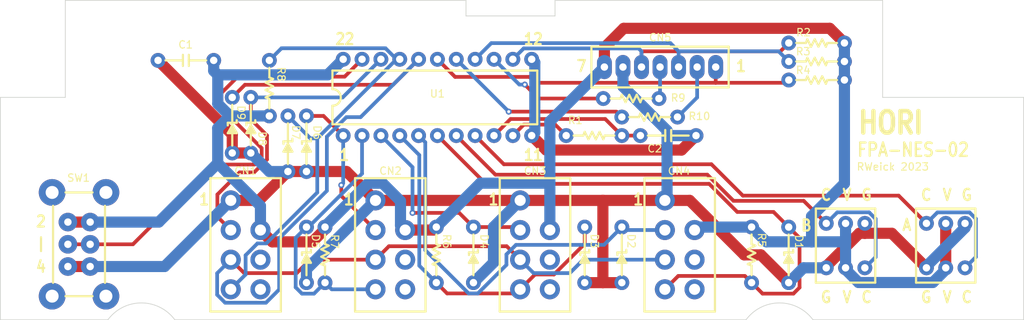
<source format=kicad_pcb>
(kicad_pcb (version 20221018) (generator pcbnew)
  (layers (0 "F.Cu" signal) (31 "B.Cu" signal) (34 "B.Paste" user) (35 "F.Paste" user) (36 "B.SilkS" user "B.Silkscreen") (37 "F.SilkS" user "F.Silkscreen") (38 "B.Mask" user) (39 "F.Mask" user) (44 "Edge.Cuts" user))
  (net 0 "")
  (net 1 "/GND")
  (net 2 "/Switch.2.or.4")
  (net 3 "/VCC")
  (net 4 "Net-(R1-Pad1)")
  (net 5 "Net-(C2-Pad1)")
  (net 6 "/CtrlPort2.Clk")
  (net 7 "/CtrlPort1.Clk")
  (net 8 "/CtrlPort1.Latch")
  (net 9 "/CN4.D1")
  (net 10 "/CN3.D1")
  (net 11 "/CN2.D1")
  (net 12 "/CN1.D1")
  (net 13 "/CtrlPort2.D1.Stepdown")
  (net 14 "/CtrlPort2.D1")
  (net 15 "/CtrlPort1.D1.Stepdown")
  (net 16 "/CtrlPort1.D1")
  (net 17 "/B.Turbo")
  (net 18 "/A.Turbo")
  (net 19 "/CN1.Clk")
  (net 20 "/CN.Latch")
  (net 23 "/CN2.Clk")
  (net 26 "/CN3.Clk")
  (net 29 "/CN4.Clk")
  (footprint "NES Four Square:Resistor" (layer "F.Cu") (at 137 85.15)
    (fp_text reference "R9" (at 6.339 -0.087 unlocked) (layer "F.SilkS"))
    (fp_text value "330 Ohm 5%" hide)
    (pad "1" thru_hole circle (at -3.75 0) (size 2 2) (drill 1) (layers "*.Cu" "*.Mask") (net 13 "/CtrlPort2.D1.Stepdown"))
    (pad "2" thru_hole circle (at 3.75 0) (size 2 2) (drill 1) (layers "*.Cu" "*.Mask") (net 14 "/CtrlPort2.D1"))
  )
  (footprint "NES Four Square:Resistor" (layer "F.Cu") (at 162 80.15)
    (fp_text reference "R3" (at -1.805 -1.346 unlocked) (layer "F.SilkS"))
    (fp_text value "10K Ohm 5%" hide)
    (pad "1" thru_hole circle (at -3.75 0) (size 2 2) (drill 1) (layers "*.Cu" "*.Mask") (net 7 "/CtrlPort1.Clk"))
    (pad "2" thru_hole circle (at 3.75 0) (size 2 2) (drill 1) (layers "*.Cu" "*.Mask") (net 3 "/VCC"))
  )
  (footprint "NES Four Square:FPA-92-S01" (layer "F.Cu") (at 110.9 85)
    (fp_text reference "U1" (at 0 -0.5 unlocked) (layer "F.SilkS"))
    (fp_text value "~")
    (fp_text user "1" (at -13.375 8.652 unlocked) (layer "F.SilkS") (effects (font (size 1.5 1.3) (thickness 0.3) bold) (justify left bottom)))
    (fp_text user "12" (at 11.493 -7 unlocked) (layer "F.SilkS") (effects (font (size 1.5 1.3) (thickness 0.3) bold) (justify left bottom)))
    (fp_text user "22" (at -13.909 -7 unlocked) (layer "F.SilkS") (effects (font (size 1.5 1.3) (thickness 0.3) bold) (justify left bottom)))
    (fp_text user "11" (at 11.493 8.652 unlocked) (layer "F.SilkS") (effects (font (size 1.5 1.3) (thickness 0.3) bold) (justify left bottom)))
    (pad "1" thru_hole circle (at -12.7 5.15) (size 2 2) (drill 1) (layers "*.Cu" "*.Mask") (net 23 "/CN2.Clk"))
    (pad "2" thru_hole circle (at -10.16 5.15) (size 2 2) (drill 1) (layers "*.Cu" "*.Mask") (net 11 "/CN2.D1"))
    (pad "3" thru_hole circle (at -7.62 5.15) (size 2 2) (drill 1) (layers "*.Cu" "*.Mask") (net 26 "/CN3.Clk"))
    (pad "4" thru_hole circle (at -5.08 5.15) (size 2 2) (drill 1) (layers "*.Cu" "*.Mask") (net 10 "/CN3.D1"))
    (pad "5" thru_hole circle (at -2.54 5.15) (size 2 2) (drill 1) (layers "*.Cu" "*.Mask") (net 29 "/CN4.Clk"))
    (pad "6" thru_hole circle (at 0 5.15) (size 2 2) (drill 1) (layers "*.Cu" "*.Mask") (net 9 "/CN4.D1"))
    (pad "7" thru_hole circle (at 2.54 5.15) (size 2 2) (drill 1) (layers "*.Cu" "*.Mask") (net 17 "/B.Turbo"))
    (pad "8" thru_hole circle (at 5.08 5.15) (size 2 2) (drill 1) (layers "*.Cu" "*.Mask") (net 18 "/A.Turbo"))
    (pad "9" thru_hole circle (at 7.62 5.15) (size 2 2) (drill 1) (layers "*.Cu" "*.Mask") (net 5 "Net-(C2-Pad1)"))
    (pad "10" thru_hole circle (at 10.16 5.15) (size 2 2) (drill 1) (layers "*.Cu" "*.Mask") (net 4 "Net-(R1-Pad1)"))
    (pad "11" thru_hole circle (at 12.7 5.15) (size 2 2) (drill 1) (layers "*.Cu" "*.Mask") (net 1 "/GND"))
    (pad "12" thru_hole circle (at 12.7 -5.15) (size 2 2) (drill 1) (layers "*.Cu" "*.Mask") (net 1 "/GND"))
    (pad "13" thru_hole circle (at 10.16 -5.15) (size 2 2) (drill 1) (layers "*.Cu" "*.Mask") (net 6 "/CtrlPort2.Clk"))
    (pad "14" thru_hole circle (at 7.62 -5.15) (size 2 2) (drill 1) (layers "*.Cu" "*.Mask") (net 13 "/CtrlPort2.D1.Stepdown"))
    (pad "15" thru_hole circle (at 5.08 -5.15) (size 2 2) (drill 1) (layers "*.Cu" "*.Mask") (net 7 "/CtrlPort1.Clk"))
    (pad "16" thru_hole circle (at 2.54 -5.15) (size 2 2) (drill 1) (layers "*.Cu" "*.Mask") (net 15 "/CtrlPort1.D1.Stepdown"))
    (pad "17" thru_hole circle (at 0 -5.15) (size 2 2) (drill 1) (layers "*.Cu" "*.Mask") (net 8 "/CtrlPort1.Latch"))
    (pad "18" thru_hole circle (at -2.54 -5.15) (size 2 2) (drill 1) (layers "*.Cu" "*.Mask") (net 20 "/CN.Latch"))
    (pad "19" thru_hole circle (at -5.08 -5.15) (size 2 2) (drill 1) (layers "*.Cu" "*.Mask") (net 12 "/CN1.D1"))
    (pad "20" thru_hole circle (at -7.62 -5.15) (size 2 2) (drill 1) (layers "*.Cu" "*.Mask") (net 19 "/CN1.Clk"))
    (pad "21" thru_hole circle (at -10.16 -5.15) (size 2 2) (drill 1) (layers "*.Cu" "*.Mask") (net 2 "/Switch.2.or.4"))
    (pad "22" thru_hole circle (at -12.7 -5.15) (size 2 2) (drill 1) (layers "*.Cu" "*.Mask") (net 3 "/VCC"))
  )
  (footprint "NES Four Square:Diode" (layer "F.Cu") (at 90.75 91.25 -90)
    (fp_text reference "D7" (at -1.53 -1.087 -90 unlocked) (layer "F.SilkS"))
    (fp_text value "D_Zener" hide)
    (pad "1" thru_hole circle (at -3.75 0 270) (size 2 2) (drill 1) (layers "*.Cu" "*.Mask") (net 12 "/CN1.D1"))
    (pad "2" thru_hole circle (at 3.75 0 270) (size 2 2) (drill 1) (layers "*.Cu" "*.Mask") (net 1 "/GND"))
  )
  (footprint "NES Four Square:Diode" (layer "F.Cu") (at 85.75 88.75 -90)
    (fp_text reference "D8" (at 1.812 -1.538 -90 unlocked) (layer "F.SilkS"))
    (fp_text value "D_Zener" hide)
    (pad "1" thru_hole circle (at -3.75 0 270) (size 2 2) (drill 1) (layers "*.Cu" "*.Mask") (net 19 "/CN1.Clk"))
    (pad "2" thru_hole circle (at 3.75 0 270) (size 2 2) (drill 1) (layers "*.Cu" "*.Mask") (net 1 "/GND"))
  )
  (footprint "NES Four Square:NES Controller Port" (layer "F.Cu") (at 104.55 104.9)
    (fp_text reference "CN2" (at 0.022 -9.979 unlocked) (layer "F.SilkS"))
    (fp_text value "~" hide)
    (fp_text user "1" (at -6.4 -5.25 unlocked) (layer "F.SilkS") (effects (font (size 1.5 1.3) (thickness 0.3) bold) (justify left bottom)))
    (pad "1" thru_hole circle (at -2 -6) (size 2.7 2.7) (drill 1.5) (layers "*.Cu" "*.Mask") (net 1 "/GND"))
    (pad "2" thru_hole circle (at -2 -2) (size 2.7 2.7) (drill 1.5) (layers "*.Cu" "*.Mask") (net 23 "/CN2.Clk"))
    (pad "3" thru_hole circle (at -2 2) (size 2.7 2.7) (drill 1.5) (layers "*.Cu" "*.Mask") (net 20 "/CN.Latch"))
    (pad "4" thru_hole circle (at -2 6) (size 2.7 2.7) (drill 1.5) (layers "*.Cu" "*.Mask") (net 11 "/CN2.D1"))
    (pad "5" thru_hole circle (at 2 -2) (size 2.7 2.7) (drill 1.5) (layers "*.Cu" "*.Mask") (net 3 "/VCC"))
    (pad "6" thru_hole circle (at 2 2) (size 2.7 2.7) (drill 1.5) (layers "*.Cu" "*.Mask"))
    (pad "7" thru_hole circle (at 2 6) (size 2.7 2.7) (drill 1.5) (layers "*.Cu" "*.Mask"))
  )
  (footprint "NES Four Square:Diode" (layer "F.Cu") (at 115.75 106.25 -90)
    (fp_text reference "D4" (at -1.821 -1.454 -90 unlocked) (layer "F.SilkS"))
    (fp_text value "D_Zener" hide)
    (pad "1" thru_hole circle (at -3.75 0 270) (size 2 2) (drill 1) (layers "*.Cu" "*.Mask") (net 26 "/CN3.Clk"))
    (pad "2" thru_hole circle (at 3.75 0 270) (size 2 2) (drill 1) (layers "*.Cu" "*.Mask") (net 1 "/GND"))
  )
  (footprint "NES Four Square:Diode" (layer "F.Cu") (at 130.75 106.25 -90)
    (fp_text reference "D3" (at -1.862 -1.319 -90 unlocked) (layer "F.SilkS"))
    (fp_text value "D_Zener" hide)
    (pad "1" thru_hole circle (at -3.75 0 270) (size 2 2) (drill 1) (layers "*.Cu" "*.Mask") (net 10 "/CN3.D1"))
    (pad "2" thru_hole circle (at 3.75 0 270) (size 2 2) (drill 1) (layers "*.Cu" "*.Mask") (net 1 "/GND"))
  )
  (footprint "NES Four Square:NES Controller Port" (layer "F.Cu") (at 85.05 104.9)
    (fp_text reference "CN1" (at -0.017 -9.979 unlocked) (layer "F.SilkS"))
    (fp_text value "~" hide)
    (fp_text user "1" (at -6.4 -5.25 unlocked) (layer "F.SilkS") (effects (font (size 1.5 1.3) (thickness 0.3) bold) (justify left bottom)))
    (pad "1" thru_hole circle (at -2 -6) (size 2.7 2.7) (drill 1.5) (layers "*.Cu" "*.Mask") (net 1 "/GND"))
    (pad "2" thru_hole circle (at -2 -2) (size 2.7 2.7) (drill 1.5) (layers "*.Cu" "*.Mask") (net 19 "/CN1.Clk"))
    (pad "3" thru_hole circle (at -2 2) (size 2.7 2.7) (drill 1.5) (layers "*.Cu" "*.Mask") (net 20 "/CN.Latch"))
    (pad "4" thru_hole circle (at -2 6) (size 2.7 2.7) (drill 1.5) (layers "*.Cu" "*.Mask") (net 12 "/CN1.D1"))
    (pad "5" thru_hole circle (at 2 -2) (size 2.7 2.7) (drill 1.5) (layers "*.Cu" "*.Mask") (net 3 "/VCC"))
    (pad "6" thru_hole circle (at 2 2) (size 2.7 2.7) (drill 1.5) (layers "*.Cu" "*.Mask"))
    (pad "7" thru_hole circle (at 2 6) (size 2.7 2.7) (drill 1.5) (layers "*.Cu" "*.Mask"))
  )
  (footprint "NES Four Square:Resistor" (layer "F.Cu") (at 132 90.15)
    (fp_text reference "R1" (at -2.515 -2.065 unlocked) (layer "F.SilkS"))
    (fp_text value "200K Ohm 5%" hide)
    (pad "1" thru_hole circle (at -3.75 0) (size 2 2) (drill 1) (layers "*.Cu" "*.Mask") (net 4 "Net-(R1-Pad1)"))
    (pad "2" thru_hole circle (at 3.75 0) (size 2 2) (drill 1) (layers "*.Cu" "*.Mask") (net 5 "Net-(C2-Pad1)"))
  )
  (footprint "NES Four Square:Capacitor" (layer "F.Cu") (at 77 80)
    (fp_text reference "C1" (at -0.036 -2.113 unlocked) (layer "F.SilkS"))
    (fp_text value "10 nF 100V" hide)
    (pad "1" thru_hole circle (at -3.75 0) (size 2 2) (drill 1) (layers "*.Cu" "*.Mask") (net 1 "/GND"))
    (pad "2" thru_hole circle (at 3.75 0) (size 2 2) (drill 1) (layers "*.Cu" "*.Mask") (net 3 "/VCC"))
  )
  (footprint "MountingHole:MountingHole_8.4mm_M8" (layer "F.Cu") (at 157.5 90.8)
    (fp_text reference "Hole2" hide)
    (fp_text value "MountingHole_8.4mm_M8" hide)
    (pad "" np_thru_hole circle (at 0 0) (size 11 11) (drill 11) (layers "F&B.Cu" "*.Mask"))
  )
  (footprint "NES Four Square:Resistor" (layer "F.Cu") (at 139.5 87.65)
    (fp_text reference "R10" (at 6.702 -0.115 unlocked) (layer "F.SilkS"))
    (fp_text value "330 Ohm 5%" hide)
    (pad "1" thru_hole circle (at -3.75 0) (size 2 2) (drill 1) (layers "*.Cu" "*.Mask") (net 15 "/CtrlPort1.D1.Stepdown"))
    (pad "2" thru_hole circle (at 3.75 0) (size 2 2) (drill 1) (layers "*.Cu" "*.Mask") (net 16 "/CtrlPort1.D1"))
  )
  (footprint "MountingHole:MountingHole_8.4mm_M8" (layer "F.Cu") (at 70.9 90.8)
    (fp_text reference "Hole1" hide)
    (fp_text value "MountingHole_8.4mm_M8" hide)
    (pad "" np_thru_hole circle (at 0 0) (size 11 11) (drill 11) (layers "F&B.Cu" "*.Mask"))
  )
  (footprint "NES Four Square:Slide Switch" (layer "F.Cu") (at 62.6 104.825)
    (fp_text reference "SW1" (at -0.062 -8.959 unlocked) (layer "F.SilkS"))
    (fp_text value "2 - 4" hide)
    (fp_text user "4" (at -5.939 3.9 unlocked) (layer "F.SilkS") (effects (font (size 1.5 1.3) (thickness 0.3) bold) (justify left bottom)))
    (fp_text user "2" (at -5.939 -2.2 unlocked) (layer "F.SilkS") (effects (font (size 1.5 1.3) (thickness 0.3) bold) (justify left bottom)))
    (fp_text user "|" (at -5.939 0.655 unlocked) (layer "F.SilkS") (effects (font (size 1.3 1.3) (thickness 0.3) bold) (justify left bottom)))
    (pad "1" thru_hole circle (at -1.5 3) (size 2.5 2.5) (drill 1) (layers "*.Cu" "*.Mask") (net 1 "/GND"))
    (pad "2" thru_hole circle (at -1.5 0) (size 2.5 2.5) (drill 1) (layers "*.Cu" "*.Mask") (net 2 "/Switch.2.or.4"))
    (pad "3" thru_hole circle (at -1.5 -3) (size 2.5 2.5) (drill 1) (layers "*.Cu" "*.Mask") (net 3 "/VCC"))
    (pad "4" thru_hole circle (at 1.5 3) (size 2.5 2.5) (drill 1) (layers "*.Cu" "*.Mask") (net 1 "/GND"))
    (pad "5" thru_hole circle (at 1.5 0) (size 2.5 2.5) (drill 1) (layers "*.Cu" "*.Mask") (net 2 "/Switch.2.or.4"))
    (pad "6" thru_hole circle (at 1.5 -3) (size 2.5 2.5) (drill 1) (layers "*.Cu" "*.Mask") (net 3 "/VCC"))
    (pad "7" thru_hole circle (at -3.625 -7) (size 3.6 3.6) (drill 1.75) (layers "*.Cu" "*.Mask"))
    (pad "7" thru_hole circle (at -3.625 7) (size 3.6 3.6) (drill 1.75) (layers "*.Cu" "*.Mask"))
    (pad "7" thru_hole circle (at 3.625 -7) (size 3.6 3.6) (drill 1.75) (layers "*.Cu" "*.Mask"))
    (pad "7" thru_hole circle (at 3.625 7) (size 3.6 3.6) (drill 1.75) (layers "*.Cu" "*.Mask"))
  )
  (footprint "NES Four Square:NES Controller Port Connector" (layer "F.Cu") (at 140.9 80.9)
    (fp_text reference "CN5" (at 0.022 -3.99 unlocked) (layer "F.SilkS"))
    (fp_text value "Controller  Cable" hide)
    (fp_text user "1" (at 10.1 0.75 unlocked) (layer "F.SilkS") (effects (font (size 1.5 1.3) (thickness 0.3) bold) (justify left bottom)))
    (fp_text user "7" (at -11.4 0.75 unlocked) (layer "F.SilkS") (effects (font (size 1.5 1.3) (thickness 0.3) bold) (justify left bottom)))
    (pad "1" thru_hole oval (at 7.5 0) (size 2 3.25) (drill 1) (layers "*.Cu" "*.Mask") (net 8 "/CtrlPort1.Latch"))
    (pad "2" thru_hole oval (at 5 0) (size 2 3.25) (drill 1) (layers "*.Cu" "*.Mask") (net 16 "/CtrlPort1.D1"))
    (pad "3" thru_hole oval (at 2.5 0) (size 2 3.25) (drill 1) (layers "*.Cu" "*.Mask") (net 7 "/CtrlPort1.Clk"))
    (pad "4" thru_hole oval (at 0 0) (size 2 3.25) (drill 1) (layers "*.Cu" "*.Mask") (net 14 "/CtrlPort2.D1"))
    (pad "5" thru_hole oval (at -2.5 0) (size 2 3.25) (drill 1) (layers "*.Cu" "*.Mask") (net 6 "/CtrlPort2.Clk"))
    (pad "6" thru_hole oval (at -5 0) (size 2 3.25) (drill 1) (layers "*.Cu" "*.Mask") (net 1 "/GND"))
    (pad "7" thru_hole oval (at -7.5 0) (size 2 3.25) (drill 1) (layers "*.Cu" "*.Mask") (net 3 "/VCC"))
  )
  (footprint "NES Four Square:Resistor" (layer "F.Cu") (at 162 77.65)
    (fp_text reference "R2" (at -1.771 -1.411 unlocked) (layer "F.SilkS"))
    (fp_text value "10K Ohm 5%" hide)
    (pad "1" thru_hole circle (at -3.75 0) (size 2 2) (drill 1) (layers "*.Cu" "*.Mask") (net 6 "/CtrlPort2.Clk"))
    (pad "2" thru_hole circle (at 3.75 0) (size 2 2) (drill 1) (layers "*.Cu" "*.Mask") (net 3 "/VCC"))
  )
  (footprint "NES Four Square:Diode" (layer "F.Cu") (at 93.25 106.25 -90)
    (fp_text reference "D5" (at -1.817 -1.247 -90 unlocked) (layer "F.SilkS"))
    (fp_text value "D_Zener" hide)
    (pad "1" thru_hole circle (at -3.75 0 270) (size 2 2) (drill 1) (layers "*.Cu" "*.Mask") (net 11 "/CN2.D1"))
    (pad "2" thru_hole circle (at 3.75 0 270) (size 2 2) (drill 1) (layers "*.Cu" "*.Mask") (net 1 "/GND"))
  )
  (footprint "NES Four Square:Resistor" (layer "F.Cu") (at 162 82.65)
    (fp_text reference "R4" (at -1.805 -1.321 unlocked) (layer "F.SilkS"))
    (fp_text value "10K Ohm 5%" hide)
    (pad "1" thru_hole circle (at -3.75 0) (size 2 2) (drill 1) (layers "*.Cu" "*.Mask") (net 8 "/CtrlPort1.Latch"))
    (pad "2" thru_hole circle (at 3.75 0) (size 2 2) (drill 1) (layers "*.Cu" "*.Mask") (net 3 "/VCC"))
  )
  (footprint "NES Four Square:Resistor" (layer "F.Cu") (at 110.75 106.25 -90)
    (fp_text reference "R6" (at -1.833 -1.417 -90 unlocked) (layer "F.SilkS"))
    (fp_text value "10K Ohm 5%" hide)
    (pad "1" thru_hole circle (at -3.75 0 270) (size 2 2) (drill 1) (layers "*.Cu" "*.Mask") (net 3 "/VCC"))
    (pad "2" thru_hole circle (at 3.75 0 270) (size 2 2) (drill 1) (layers "*.Cu" "*.Mask") (net 10 "/CN3.D1"))
  )
  (footprint "NES Four Square:Diode" (layer "F.Cu") (at 158.236 106.25 -90)
    (fp_text reference "D1" (at -1.747 -1.378 -90 unlocked) (layer "F.SilkS"))
    (fp_text value "D_Zener" hide)
    (pad "1" thru_hole circle (at -3.75 0 270) (size 2 2) (drill 1) (layers "*.Cu" "*.Mask") (net 9 "/CN4.D1"))
    (pad "2" thru_hole circle (at 3.75 0 270) (size 2 2) (drill 1) (layers "*.Cu" "*.Mask") (net 1 "/GND"))
  )
  (footprint "NES Four Square:Resistor" (layer "F.Cu") (at 153.236 106.25 -90)
    (fp_text reference "R5" (at -1.994 -1.366 -90 unlocked) (layer "F.SilkS"))
    (fp_text value "10K Ohm 5%" hide)
    (pad "1" thru_hole circle (at -3.75 0 270) (size 2 2) (drill 1) (layers "*.Cu" "*.Mask") (net 3 "/VCC"))
    (pad "2" thru_hole circle (at 3.75 0 270) (size 2 2) (drill 1) (layers "*.Cu" "*.Mask") (net 9 "/CN4.D1"))
  )
  (footprint "NES Four Square:Resistor" (layer "F.Cu") (at 95.75 106.25 -90)
    (fp_text reference "R7" (at -1.804 -1.297 -90 unlocked) (layer "F.SilkS"))
    (fp_text value "10K Ohm 5%" hide)
    (pad "1" thru_hole circle (at -3.75 0 270) (size 2 2) (drill 1) (layers "*.Cu" "*.Mask") (net 3 "/VCC"))
    (pad "2" thru_hole circle (at 3.75 0 270) (size 2 2) (drill 1) (layers "*.Cu" "*.Mask") (net 11 "/CN2.D1"))
  )
  (footprint "NES Four Square:Capacitor" (layer "F.Cu") (at 142 90.15)
    (fp_text reference "C2" (at -1.81 1.754 unlocked) (layer "F.SilkS"))
    (fp_text value "330 pF 1000V" hide)
    (pad "1" thru_hole circle (at -3.75 0) (size 2 2) (drill 1) (layers "*.Cu" "*.Mask") (net 5 "Net-(C2-Pad1)"))
    (pad "2" thru_hole circle (at 3.75 0) (size 2 2) (drill 1) (layers "*.Cu" "*.Mask") (net 1 "/GND"))
  )
  (footprint "NES Four Square:Resistor" (layer "F.Cu") (at 88.25 83.75 -90)
    (fp_text reference "R8" (at -1.89 -1.591 -90 unlocked) (layer "F.SilkS"))
    (fp_text value "10K Ohm 5%" hide)
    (pad "1" thru_hole circle (at -3.75 0 270) (size 2 2) (drill 1) (layers "*.Cu" "*.Mask") (net 12 "/CN1.D1"))
    (pad "2" thru_hole circle (at 3.75 0 270) (size 2 2) (drill 1) (layers "*.Cu" "*.Mask") (net 3 "/VCC"))
  )
  (footprint "NES Four Square:Diode" (layer "F.Cu") (at 135.75 106.25 -90)
    (fp_text reference "D2" (at -1.862 -1.276 -90 unlocked) (layer "F.SilkS"))
    (fp_text value "D_Zener" hide)
    (pad "1" thru_hole circle (at -3.75 0 270) (size 2 2) (drill 1) (layers "*.Cu" "*.Mask") (net 29 "/CN4.Clk"))
    (pad "2" thru_hole circle (at 3.75 0 270) (size 2 2) (drill 1) (layers "*.Cu" "*.Mask") (net 1 "/GND"))
  )
  (footprint "NES Four Square:NES Controller Port" (layer "F.Cu") (at 124.05 104.9)
    (fp_text reference "CN3" (at 0.018 -9.979 unlocked) (layer "F.SilkS"))
    (fp_text value "~" hide)
    (fp_text user "1" (at -6.4 -5.25 unlocked) (layer "F.SilkS") (effects (font (size 1.5 1.3) (thickness 0.3) bold) (justify left bottom)))
    (pad "1" thru_hole circle (at -2 -6) (size 2.7 2.7) (drill 1.5) (layers "*.Cu" "*.Mask") (net 1 "/GND"))
    (pad "2" thru_hole circle (at -2 -2) (size 2.7 2.7) (drill 1.5) (layers "*.Cu" "*.Mask") (net 26 "/CN3.Clk"))
    (pad "3" thru_hole circle (at -2 2) (size 2.7 2.7) (drill 1.5) (layers "*.Cu" "*.Mask") (net 20 "/CN.Latch"))
    (pad "4" thru_hole circle (at -2 6) (size 2.7 2.7) (drill 1.5) (layers "*.Cu" "*.Mask") (net 10 "/CN3.D1"))
    (pad "5" thru_hole circle (at 2 -2) (size 2.7 2.7) (drill 1.5) (layers "*.Cu" "*.Mask") (net 3 "/VCC"))
    (pad "6" thru_hole circle (at 2 2) (size 2.7 2.7) (drill 1.5) (layers "*.Cu" "*.Mask"))
    (pad "7" thru_hole circle (at 2 6) (size 2.7 2.7) (drill 1.5) (layers "*.Cu" "*.Mask"))
  )
  (footprint "NES Four Square:Diode" (layer "F.Cu") (at 93.25 91.25 -90)
    (fp_text reference "D6" (at -1.515 -1.459 -90 unlocked) (layer "F.SilkS"))
    (fp_text value "D_Zener" hide)
    (pad "1" thru_hole circle (at -3.75 0 270) (size 2 2) (drill 1) (layers "*.Cu" "*.Mask") (net 23 "/CN2.Clk"))
    (pad "2" thru_hole circle (at 3.75 0 270) (size 2 2) (drill 1) (layers "*.Cu" "*.Mask") (net 1 "/GND"))
  )
  (footprint "NES Four Square:NES Controller Port" (layer "F.Cu") (at 143.55 104.9)
    (fp_text reference "CN4" (at -0.088 -9.979 unlocked) (layer "F.SilkS"))
    (fp_text value "~" hide)
    (fp_text user "1" (at -6.4 -5.25 unlocked) (layer "F.SilkS") (effects (font (size 1.5 1.3) (thickness 0.3) bold) (justify left bottom)))
    (pad "1" thru_hole circle (at -2 -6) (size 2.7 2.7) (drill 1.5) (layers "*.Cu" "*.Mask") (net 1 "/GND"))
    (pad "2" thru_hole circle (at -2 -2) (size 2.7 2.7) (drill 1.5) (layers "*.Cu" "*.Mask") (net 29 "/CN4.Clk"))
    (pad "3" thru_hole circle (at -2 2) (size 2.7 2.7) (drill 1.5) (layers "*.Cu" "*.Mask") (net 20 "/CN.Latch"))
    (pad "4" thru_hole circle (at -2 6) (size 2.7 2.7) (drill 1.5) (layers "*.Cu" "*.Mask") (net 9 "/CN4.D1"))
    (pad "5" thru_hole circle (at 2 -2) (size 2.7 2.7) (drill 1.5) (layers "*.Cu" "*.Mask") (net 3 "/VCC"))
    (pad "6" thru_hole circle (at 2 2) (size 2.7 2.7) (drill 1.5) (layers "*.Cu" "*.Mask"))
    (pad "7" thru_hole circle (at 2 6) (size 2.7 2.7) (drill 1.5) (layers "*.Cu" "*.Mask"))
  )
  (footprint "NES Four Square:Diode" (layer "F.Cu") (at 83.25 88.75 -90)
    (fp_text reference "D9" (at -1.697 -1.198 -90 unlocked) (layer "F.SilkS"))
    (fp_text value "D_Zener" hide)
    (pad "1" thru_hole circle (at -3.75 0 270) (size 2 2) (drill 1) (layers "*.Cu" "*.Mask") (net 20 "/CN.Latch"))
    (pad "2" thru_hole circle (at 3.75 0 270) (size 2 2) (drill 1) (layers "*.Cu" "*.Mask") (net 1 "/GND"))
  )
  (footprint "NES Four Square:Push Button Switch" (layer "F.Cu") (at 179.4 105)
    (fp_text reference "SW3" hide)
    (fp_text value "A Turbo" hide)
    (fp_text user "G" (at -3.478 7.834 unlocked) (layer "F.SilkS") (effects (font (size 1.5 1.3) (thickness 0.3) bold) (justify left bottom)))
    (fp_text user "C" (at 1.987 7.834 unlocked) (layer "F.SilkS") (effects (font (size 1.5 1.3) (thickness 0.3) bold) (justify left bottom)))
    (fp_text user "A" (at -5.999 -1.903 unlocked) (layer "F.SilkS") (effects (font (size 1.5 1.3) (thickness 0.3) bold) (justify left bottom)))
    (fp_text user "C" (at -3.478 -5.966 unlocked) (layer "F.SilkS") (effects (font (size 1.5 1.3) (thickness 0.3) bold) (justify left bottom)))
    (fp_text user "G" (at 1.987 -5.966 unlocked) (layer "F.SilkS") (effects (font (size 1.5 1.3) (thickness 0.3) bold) (justify left bottom)))
    (fp_text user "V" (at -0.558 -5.966 unlocked) (layer "F.SilkS") (effects (font (size 1.5 1.3) (thickness 0.3) bold) (justify left bottom)))
    (fp_text user "V" (at -0.558 7.834 unlocked) (layer "F.SilkS") (effects (font (size 1.5 1.3) (thickness 0.3) bold) (justify left bottom)))
    (pad "1" thru_hole circle (at -2.6 -3) (size 2 2) (drill 1) (layers "*.Cu" "*.Mask") (net 18 "/A.Turbo"))
    (pad "2" thru_hole circle (at 0 -3) (size 2 2) (drill 1) (layers "*.Cu" "*.Mask") (net 3 "/VCC"))
    (pad "3" thru_hole circle (at 2.6 -3) (size 2 2) (drill 1) (layers "*.Cu" "*.Mask") (net 1 "/GND"))
    (pad "4" thru_hole circle (at 2.6 3) (size 2 2) (drill 1) (layers "*.Cu" "*.Mask") (net 18 "/A.Turbo"))
    (pad "5" thru_hole circle (at 0 3) (size 2 2) (drill 1) (layers "*.Cu" "*.Mask") (net 3 "/VCC"))
    (pad "6" thru_hole circle (at -2.6 3) (size 2 2) (drill 1) (layers "*.Cu" "*.Mask") (net 1 "/GND"))
  )
  (footprint "NES Four Square:Push Button Switch" (layer "F.Cu") (at 165.9 105)
    (fp_text reference "SW2" hide)
    (fp_text value "B Turbo" hide)
    (fp_text user "V" (at -0.558 -5.966 unlocked) (layer "F.SilkS") (effects (font (size 1.5 1.3) (thickness 0.3) bold) (justify left bottom)))
    (fp_text user "B" (at -6.13 -1.838 unlocked) (layer "F.SilkS") (effects (font (size 1.5 1.3) (thickness 0.3) bold) (justify left bottom)))
    (fp_text user "C" (at -3.478 -5.966 unlocked) (layer "F.SilkS") (effects (font (size 1.5 1.3) (thickness 0.3) bold) (justify left bottom)))
    (fp_text user "V" (at -0.558 7.834 unlocked) (layer "F.SilkS") (effects (font (size 1.5 1.3) (thickness 0.3) bold) (justify left bottom)))
    (fp_text user "G" (at -3.478 7.834 unlocked) (layer "F.SilkS") (effects (font (size 1.5 1.3) (thickness 0.3) bold) (justify left bottom)))
    (fp_text user "C" (at 1.987 7.834 unlocked) (layer "F.SilkS") (effects (font (size 1.5 1.3) (thickness 0.3) bold) (justify left bottom)))
    (fp_text user "G" (at 1.987 -5.966 unlocked) (layer "F.SilkS") (effects (font (size 1.5 1.3) (thickness 0.3) bold) (justify left bottom)))
    (pad "1" thru_hole circle (at -2.6 -3) (size 2 2) (drill 1) (layers "*.Cu" "*.Mask") (net 17 "/B.Turbo"))
    (pad "2" thru_hole circle (at 0 -3) (size 2 2) (drill 1) (layers "*.Cu" "*.Mask") (net 3 "/VCC"))
    (pad "3" thru_hole circle (at 2.6 -3) (size 2 2) (drill 1) (layers "*.Cu" "*.Mask") (net 1 "/GND"))
    (pad "4" thru_hole circle (at 2.6 3) (size 2 2) (drill 1) (layers "*.Cu" "*.Mask") (net 17 "/B.Turbo"))
    (pad "5" thru_hole circle (at 0 3) (size 2 2) (drill 1) (layers "*.Cu" "*.Mask") (net 3 "/VCC"))
    (pad "6" thru_hole circle (at -2.6 3) (size 2 2) (drill 1) (layers "*.Cu" "*.Mask") (net 1 "/GND"))
  )
  (gr_line (start 189.9 85) (end 170.9 85) (stroke (width 0.1)) (layer "Edge.Cuts"))
  (gr_arc (start 66.5 115) (mid 71 112.737953) (end 75.5 115) (stroke (width 0.1)) (layer "Edge.Cuts"))
  (gr_arc (start 152.5 115) (mid 157 112.737953) (end 161.5 115) (stroke (width 0.1)) (layer "Edge.Cuts"))
  (gr_line (start 114.75 74) (end 114.75 71.9) (stroke (width 0.1)) (layer "Edge.Cuts"))
  (gr_line (start 170.9 85) (end 170.9 71.9) (stroke (width 0.1)) (layer "Edge.Cuts"))
  (gr_line (start 161.5 115) (end 189.9 115) (stroke (width 0.1)) (layer "Edge.Cuts"))
  (gr_line (start 126.75 74) (end 114.75 74) (stroke (width 0.1)) (layer "Edge.Cuts"))
  (gr_line (start 189.9 115) (end 189.9 85) (stroke (width 0.1)) (layer "Edge.Cuts"))
  (gr_line (start 60.75 71.9) (end 60.75 85) (stroke (width 0.1)) (layer "Edge.Cuts"))
  (gr_line (start 114.75 71.9) (end 60.75 71.9) (stroke (width 0.1)) (layer "Edge.Cuts"))
  (gr_line (start 75.5 115) (end 152.5 115) (stroke (width 0.1)) (layer "Edge.Cuts"))
  (gr_line (start 52 115) (end 66.5 115) (stroke (width 0.1)) (layer "Edge.Cuts"))
  (gr_line (start 126.75 74) (end 126.75 71.9) (stroke (width 0.1)) (layer "Edge.Cuts"))
  (gr_line (start 60.75 85) (end 52 85) (stroke (width 0.1)) (layer "Edge.Cuts"))
  (gr_line (start 170.9 71.9) (end 126.75 71.9) (stroke (width 0.1)) (layer "Edge.Cuts"))
  (gr_line (start 52 85) (end 52 115) (stroke (width 0.1)) (layer "Edge.Cuts"))
  (gr_text "RWeick 2023" (at 167.318 94.942) (layer "F.SilkS") (effects (font (size 1 1)) (justify left bottom)))
  (gr_text "HORI" (at 167.318 90.126) (layer "F.SilkS") (effects (font (size 2.9 2.4) (thickness 0.6) bold) (justify left bottom)))
  (gr_text "FPA-NES-02" (at 167.318 93.1215) (layer "F.SilkS") (effects (font (size 1.8 1.5) (thickness 0.3) bold) (justify left bottom)))
  (segment (start 133.1972 98.9) (end 133.1972 110) (width 1.5) (layer "F.Cu") (net 1))
  (segment (start 86.85 98.9) (end 90.75 95) (width 1.5) (layer "F.Cu") (net 1))
  (segment (start 64.1 107.825) (end 61.1 107.825) (width 1.5) (layer "F.Cu") (net 1))
  (segment (start 83.25 92.5) (end 85.75 92.5) (width 1.5) (layer "F.Cu") (net 1))
  (segment (start 83.25 90) (end 83.25 92.5) (width 1.5) (layer "F.Cu") (net 1))
  (segment (start 122.05 98.9) (end 133.1972 98.9) (width 1.5) (layer "F.Cu") (net 1))
  (segment (start 143.7981 92.1019) (end 125.5519 92.1019) (width 1.5) (layer "F.Cu") (net 1))
  (segment (start 145.75 90.15) (end 143.7981 92.1019) (width 1.5) (layer "F.Cu") (net 1))
  (segment (start 141.55 98.9) (end 144.8944 98.9) (width 1.5) (layer "F.Cu") (net 1))
  (segment (start 144.8944 98.9) (end 152.2444 106.25) (width 1.5) (layer "F.Cu") (net 1))
  (segment (start 133.1972 110) (end 130.75 110) (width 1.5) (layer "F.Cu") (net 1))
  (segment (start 163.3 108) (end 163.3 107.7905) (width 1.5) (layer "F.Cu") (net 1))
  (segment (start 133.1972 98.9) (end 141.55 98.9) (width 1.5) (layer "F.Cu") (net 1))
  (segment (start 102.55 98.9) (end 98.65 95) (width 1.5) (layer "F.Cu") (net 1))
  (segment (start 93.25 95) (end 90.75 95) (width 1.5) (layer "F.Cu") (net 1))
  (segment (start 168.5 103.3404) (end 168.5 102) (width 1.5) (layer "F.Cu") (net 1))
  (segment (start 122.05 98.9) (end 102.55 98.9) (width 1.5) (layer "F.Cu") (net 1))
  (segment (start 73.25 80) (end 83.25 90) (width 1.5) (layer "F.Cu") (net 1))
  (segment (start 154.486 106.25) (end 158.236 110) (width 1.5) (layer "F.Cu") (net 1))
  (segment (start 98.65 95) (end 93.25 95) (width 1.5) (layer "F.Cu") (net 1))
  (segment (start 163.3 107.7905) (end 167.7501 103.3404) (width 1.5) (layer "F.Cu") (net 1))
  (segment (start 135.75 110) (end 133.1972 110) (width 1.5) (layer "F.Cu") (net 1))
  (segment (start 125.5519 92.1019) (end 123.6 90.15) (width 1.5) (layer "F.Cu") (net 1))
  (segment (start 83.05 98.9) (end 86.85 98.9) (width 1.5) (layer "F.Cu") (net 1))
  (segment (start 172.1404 103.3404) (end 176.8 108) (width 1.5) (layer "F.Cu") (net 1))
  (segment (start 152.2444 106.25) (end 154.486 106.25) (width 1.5) (layer "F.Cu") (net 1))
  (segment (start 167.7501 103.3404) (end 168.5 103.3404) (width 1.5) (layer "F.Cu") (net 1))
  (segment (start 168.5 103.3404) (end 172.1404 103.3404) (width 1.5) (layer "F.Cu") (net 1))
  (segment (start 124.0228 89.7272) (end 124.0228 80.2728) (width 1.5) (layer "B.Cu") (net 1))
  (segment (start 122.05 98.9) (end 118.4526 102.4974) (width 1.5) (layer "B.Cu") (net 1))
  (segment (start 88.25 95) (end 85.75 92.5) (width 1.5) (layer "B.Cu") (net 1))
  (segment (start 124.0228 80.2728) (end 123.6 79.85) (width 1.5) (layer "B.Cu") (net 1))
  (segment (start 160.236 108) (end 158.236 110) (width 1.5) (layer "B.Cu") (net 1))
  (segment (start 74.125 107.825) (end 64.1 107.825) (width 1.5) (layer "B.Cu") (net 1))
  (segment (start 176.8 108) (end 176.8 107.7905) (width 1.5) (layer "B.Cu") (net 1))
  (segment (start 135.9 83.525) (end 141.8452 89.4702) (width 1.5) (layer "B.Cu") (net 1))
  (segment (start 141.8452 90.15) (end 141.8452 98.6048) (width 1.5) (layer "B.Cu") (net 1))
  (segment (start 118.4526 102.4974) (end 118.4526 107.2974) (width 1.5) (layer "B.Cu") (net 1))
  (segment (start 182 102.5905) (end 182 102) (width 1.5) (layer "B.Cu") (net 1))
  (segment (start 141.8452 89.4702) (end 141.8452 90.15) (width 1.5) (layer "B.Cu") (net 1))
  (segment (start 90.75 95) (end 88.25 95) (width 1.5) (layer "B.Cu") (net 1))
  (segment (start 141.8452 98.6048) (end 141.55 98.9) (width 1.5) (layer "B.Cu") (net 1))
  (segment (start 118.4526 107.2974) (end 115.75 110) (width 1.5) (layer "B.Cu") (net 1))
  (segment (start 135.9 80.9) (end 135.9 83.525) (width 1.5) (layer "B.Cu") (net 1))
  (segment (start 123.6 90.15) (end 124.0228 89.7272) (width 1.5) (layer "B.Cu") (net 1))
  (segment (start 176.8 107.7905) (end 182 102.5905) (width 1.5) (layer "B.Cu") (net 1))
  (segment (start 93.25 110) (end 93.25 108.2) (width 1.5) (layer "B.Cu") (net 1))
  (segment (start 83.05 98.9) (end 74.125 107.825) (width 1.5) (layer "B.Cu") (net 1))
  (segment (start 163.3 108) (end 160.236 108) (width 1.5) (layer "B.Cu") (net 1))
  (segment (start 141.8452 90.15) (end 145.75 90.15) (width 1.5) (layer "B.Cu") (net 1))
  (segment (start 93.25 108.2) (end 102.55 98.9) (width 1.5) (layer "B.Cu") (net 1))
  (segment (start 61.1 104.825) (end 64.1 104.825) (width 0.5) (layer "F.Cu") (net 2))
  (segment (start 80.6338 94.0558) (end 86.2476 94.0558) (width 0.5) (layer "F.Cu") (net 2))
  (segment (start 81.7761 86.4091) (end 81.7761 84.4134) (width 0.5) (layer "F.Cu") (net 2))
  (segment (start 81.7761 84.4134) (end 83.9947 82.1948) (width 0.5) (layer "F.Cu") (net 2))
  (segment (start 83.9947 82.1948) (end 98.3952 82.1948) (width 0.5) (layer "F.Cu") (net 2))
  (segment (start 87.2148 93.0886) (end 87.2148 91.8478) (width 0.5) (layer "F.Cu") (net 2))
  (segment (start 69.8646 104.825) (end 80.6338 94.0558) (width 0.5) (layer "F.Cu") (net 2))
  (segment (start 87.2148 91.8478) (end 81.7761 86.4091) (width 0.5) (layer "F.Cu") (net 2))
  (segment (start 98.3952 82.1948) (end 100.74 79.85) (width 0.5) (layer "F.Cu") (net 2))
  (segment (start 64.1 104.825) (end 69.8646 104.825) (width 0.5) (layer "F.Cu") (net 2))
  (segment (start 86.2476 94.0558) (end 87.2148 93.0886) (width 0.5) (layer "F.Cu") (net 2))
  (segment (start 106.55 102.9) (end 110.35 102.9) (width 1.5) (layer "F.Cu") (net 3))
  (segment (start 94.0418 104.4934) (end 88.6434 104.4934) (width 1.5) (layer "F.Cu") (net 3))
  (segment (start 110.35 102.9) (end 110.75 102.5) (width 1.5) (layer "F.Cu") (net 3))
  (segment (start 179.4 108) (end 179.4 102) (width 1.5) (layer "F.Cu") (net 3))
  (segment (start 133.4 80.9) (end 133.4 78.275) (width 1.5) (layer "F.Cu") (net 3))
  (segment (start 136.0024 75.6726) (end 133.4 78.275) (width 1.5) (layer "F.Cu") (net 3))
  (segment (start 64.1 101.825) (end 61.1 101.825) (width 1.5) (layer "F.Cu") (net 3))
  (segment (start 95.75 102.7852) (end 94.0418 104.4934) (width 1.5) (layer "F.Cu") (net 3))
  (segment (start 88.6434 104.4934) (end 87.05 102.9) (width 1.5) (layer "F.Cu") (net 3))
  (segment (start 163.7726 75.6726) (end 136.0024 75.6726) (width 1.5) (layer "F.Cu") (net 3))
  (segment (start 165.75 77.65) (end 163.7726 75.6726) (width 1.5) (layer "F.Cu") (net 3))
  (segment (start 95.75 102.5) (end 95.75 102.7852) (width 1.5) (layer "F.Cu") (net 3))
  (segment (start 167.6533 109.9822) (end 165.9 108.2289) (width 1.5) (layer "B.Cu") (net 3))
  (segment (start 116.6763 96.5737) (end 126.05 96.5737) (width 1.5) (layer "B.Cu") (net 3))
  (segment (start 165.9 108.2289) (end 165.9 108) (width 1.5) (layer "B.Cu") (net 3))
  (segment (start 82.9365 87.5) (end 81.2966 85.8601) (width 1.5) (layer "B.Cu") (net 3))
  (segment (start 165.9 104.4899) (end 165.9 102) (width 1.5) (layer "B.Cu") (net 3))
  (segment (start 81.2966 81.9542) (end 96.0958 81.9542) (width 1.5) (layer "B.Cu") (net 3))
  (segment (start 165.75 82.65) (end 165.75 96.6104) (width 1.5) (layer "B.Cu") (net 3))
  (segment (start 161.3138 101.0466) (end 161.3138 104.4899) (width 1.5) (layer "B.Cu") (net 3))
  (segment (start 80.75 80) (end 80.75 81.4076) (width 1.5) (layer "B.Cu") (net 3))
  (segment (start 165.75 80.15) (end 165.75 82.65) (width 1.5) (layer "B.Cu") (net 3))
  (segment (start 103.5131 96.5829) (end 105.9224 98.9922) (width 1.5) (layer "B.Cu") (net 3))
  (segment (start 179.4 108.2438) (end 177.6616 109.9822) (width 1.5) (layer "B.Cu") (net 3))
  (segment (start 161.3138 104.4899) (end 155.2259 104.4899) (width 1.5) (layer "B.Cu") (net 3))
  (segment (start 165.75 96.6104) (end 161.3138 101.0466) (width 1.5) (layer "B.Cu") (net 3))
  (segment (start 126.05 96.5737) (end 126.05 102.9) (width 1.5) (layer "B.Cu") (net 3))
  (segment (start 64.1 101.825) (end 73.3476 101.825) (width 1.5) (layer "B.Cu") (net 3))
  (segment (start 87.05 99.6446) (end 87.05 102.9) (width 1.5) (layer "B.Cu") (net 3))
  (segment (start 165.75 77.65) (end 165.75 80.15) (width 1.5) (layer "B.Cu") (net 3))
  (segment (start 81.289 93.8836) (end 87.05 99.6446) (width 1.5) (layer "B.Cu") (net 3))
  (segment (start 179.4 108) (end 179.4 108.2438) (width 1.5) (layer "B.Cu") (net 3))
  (segment (start 81.2966 85.8601) (end 81.2966 81.9542) (width 1.5) (layer "B.Cu") (net 3))
  (segment (start 80.75 81.4076) (end 81.2966 81.9542) (width 1.5) (layer "B.Cu") (net 3))
  (segment (start 96.0958 81.9542) (end 98.2 79.85) (width 1.5) (layer "B.Cu") (net 3))
  (segment (start 165.9 104.4899) (end 161.3138 104.4899) (width 1.5) (layer "B.Cu") (net 3))
  (segment (start 95.75 102.4033) (end 101.5704 96.5829) (width 1.5) (layer "B.Cu") (net 3))
  (segment (start 177.6616 109.9822) (end 167.6533 109.9822) (width 1.5) (layer "B.Cu") (net 3))
  (segment (start 110.75 102.5) (end 116.6763 96.5737) (width 1.5) (layer "B.Cu") (net 3))
  (segment (start 95.75 102.5) (end 95.75 102.4033) (width 1.5) (layer "B.Cu") (net 3))
  (segment (start 88.25 87.5) (end 82.9365 87.5) (width 1.5) (layer "B.Cu") (net 3))
  (segment (start 73.3476 101.825) (end 81.289 93.8836) (width 1.5) (layer "B.Cu") (net 3))
  (segment (start 155.2259 104.4899) (end 153.236 102.5) (width 1.5) (layer "B.Cu") (net 3))
  (segment (start 81.289 89.1475) (end 81.289 93.8836) (width 1.5) (layer "B.Cu") (net 3))
  (segment (start 105.9224 98.9922) (end 105.9224 102.2724) (width 1.5) (layer "B.Cu") (net 3))
  (segment (start 133.4 80.9) (end 126.05 88.25) (width 1.5) (layer "B.Cu") (net 3))
  (segment (start 105.9224 102.2724) (end 106.55 102.9) (width 1.5) (layer "B.Cu") (net 3))
  (segment (start 101.5704 96.5829) (end 103.5131 96.5829) (width 1.5) (layer "B.Cu") (net 3))
  (segment (start 145.95 102.5) (end 153.236 102.5) (width 1.5) (layer "B.Cu") (net 3))
  (segment (start 82.9365 87.5) (end 81.289 89.1475) (width 1.5) (layer "B.Cu") (net 3))
  (segment (start 126.05 88.25) (end 126.05 96.5737) (width 1.5) (layer "B.Cu") (net 3))
  (segment (start 145.55 102.9) (end 145.95 102.5) (width 1.5) (layer "B.Cu") (net 3))
  (segment (start 165.9 108) (end 165.9 104.4899) (width 1.5) (layer "B.Cu") (net 3))
  (segment (start 128.25 90.15) (end 126.7688 88.6688) (width 0.5) (layer "F.Cu") (net 4))
  (segment (start 126.7688 88.6688) (end 122.5412 88.6688) (width 0.5) (layer "F.Cu") (net 4))
  (segment (start 122.5412 88.6688) (end 121.06 90.15) (width 0.5) (layer "F.Cu") (net 4))
  (segment (start 135.75 90.15) (end 133.5124 87.9124) (width 0.5) (layer "F.Cu") (net 5))
  (segment (start 138.25 90.15) (end 135.75 90.15) (width 0.5) (layer "F.Cu") (net 5))
  (segment (start 120.7576 87.9124) (end 118.52 90.15) (width 0.5) (layer "F.Cu") (net 5))
  (segment (start 133.5124 87.9124) (end 120.7576 87.9124) (width 0.5) (layer "F.Cu") (net 5))
  (segment (start 138.4 78.775) (end 157.125 78.775) (width 0.5) (layer "F.Cu") (net 6))
  (segment (start 138.4 80.9) (end 138.4 78.775) (width 0.5) (layer "F.Cu") (net 6))
  (segment (start 157.125 78.775) (end 158.25 77.65) (width 0.5) (layer "F.Cu") (net 6))
  (segment (start 138.4 78.775) (end 138.011 78.386) (width 0.5) (layer "B.Cu") (net 6))
  (segment (start 138.4 80.9) (end 138.4 78.775) (width 0.5) (layer "B.Cu") (net 6))
  (segment (start 138.011 78.386) (end 122.524 78.386) (width 0.5) (layer "B.Cu") (net 6))
  (segment (start 122.524 78.386) (end 121.06 79.85) (width 0.5) (layer "B.Cu") (net 6))
  (segment (start 156.875 78.775) (end 158.25 80.15) (width 0.5) (layer "B.Cu") (net 7))
  (segment (start 143.4 78.775) (end 156.875 78.775) (width 0.5) (layer "B.Cu") (net 7))
  (segment (start 142.2956 77.6706) (end 118.1594 77.6706) (width 0.5) (layer "B.Cu") (net 7))
  (segment (start 118.1594 77.6706) (end 115.98 79.85) (width 0.5) (layer "B.Cu") (net 7))
  (segment (start 143.4 80.9) (end 143.4 78.775) (width 0.5) (layer "B.Cu") (net 7))
  (segment (start 143.4 78.775) (end 142.2956 77.6706) (width 0.5) (layer "B.Cu") (net 7))
  (segment (start 148.4 83.025) (end 157.875 83.025) (width 0.5) (layer "F.Cu") (net 8))
  (segment (start 148.4 80.9) (end 148.4 83.025) (width 0.5) (layer "F.Cu") (net 8))
  (segment (start 124.0863 83.025) (end 123.2903 82.229) (width 0.5) (layer "F.Cu") (net 8))
  (segment (start 123.2903 82.229) (end 113.279 82.229) (width 0.5) (layer "F.Cu") (net 8))
  (segment (start 113.279 82.229) (end 110.9 79.85) (width 0.5) (layer "F.Cu") (net 8))
  (segment (start 148.4 83.025) (end 124.0863 83.025) (width 0.5) (layer "F.Cu") (net 8))
  (segment (start 157.875 83.025) (end 158.25 82.65) (width 0.5) (layer "F.Cu") (net 8))
  (segment (start 159.6993 110.6573) (end 158.8763 111.4803) (width 0.5) (layer "F.Cu") (net 9))
  (segment (start 141.55 110.9) (end 143.3523 109.0977) (width 0.5) (layer "F.Cu") (net 9))
  (segment (start 117.415 96.665) (end 147.5159 96.665) (width 0.5) (layer "F.Cu") (net 9))
  (segment (start 110.9 90.15) (end 117.415 96.665) (width 0.5) (layer "F.Cu") (net 9))
  (segment (start 159.6993 103.9633) (end 159.6993 110.6573) (width 0.5) (layer "F.Cu") (net 9))
  (segment (start 152.3337 109.0977) (end 153.236 110) (width 0.5) (layer "F.Cu") (net 9))
  (segment (start 158.236 102.5) (end 159.6993 103.9633) (width 0.5) (layer "F.Cu") (net 9))
  (segment (start 143.3523 109.0977) (end 152.3337 109.0977) (width 0.5) (layer "F.Cu") (net 9))
  (segment (start 158.8763 111.4803) (end 154.7163 111.4803) (width 0.5) (layer "F.Cu") (net 9))
  (segment (start 147.5159 96.665) (end 151.3087 100.4578) (width 0.5) (layer "F.Cu") (net 9))
  (segment (start 156.1938 100.4578) (end 158.236 102.5) (width 0.5) (layer "F.Cu") (net 9))
  (segment (start 151.3087 100.4578) (end 156.1938 100.4578) (width 0.5) (layer "F.Cu") (net 9))
  (segment (start 154.7163 111.4803) (end 153.236 110) (width 0.5) (layer "F.Cu") (net 9))
  (segment (start 130.75 102.5) (end 130.75 104.7548) (width 0.5) (layer "F.Cu") (net 10))
  (segment (start 121.496 111.454) (end 112.204 111.454) (width 0.5) (layer "F.Cu") (net 10))
  (segment (start 130.75 104.7548) (end 126.6048 108.9) (width 0.5) (layer "F.Cu") (net 10))
  (segment (start 126.6048 108.9) (end 124.05 108.9) (width 0.5) (layer "F.Cu") (net 10))
  (segment (start 122.05 110.9) (end 121.496 111.454) (width 0.5) (layer "F.Cu") (net 10))
  (segment (start 112.204 111.454) (end 110.75 110) (width 0.5) (layer "F.Cu") (net 10))
  (segment (start 124.05 108.9) (end 122.05 110.9) (width 0.5) (layer "F.Cu") (net 10))
  (segment (start 108.4548 107.7048) (end 110.75 110) (width 0.5) (layer "B.Cu") (net 10))
  (segment (start 105.82 90.15) (end 108.4548 92.7848) (width 0.5) (layer "B.Cu") (net 10))
  (segment (start 108.4548 92.7848) (end 108.4548 107.7048) (width 0.5) (layer "B.Cu") (net 10))
  (segment (start 91.7957 103.9543) (end 93.25 102.5) (width 0.5) (layer "B.Cu") (net 11))
  (segment (start 95.75 110) (end 94.2652 111.4848) (width 0.5) (layer "B.Cu") (net 11))
  (segment (start 100.74 95.2841) (end 100.74 90.15) (width 0.5) (layer "B.Cu") (net 11))
  (segment (start 96.65 110.9) (end 95.75 110) (width 0.5) (layer "B.Cu") (net 11))
  (segment (start 102.55 110.9) (end 96.65 110.9) (width 0.5) (layer "B.Cu") (net 11))
  (segment (start 91.7957 110.6342) (end 91.7957 103.9543) (width 0.5) (layer "B.Cu") (net 11))
  (segment (start 94.2652 111.4848) (end 92.6463 111.4848) (width 0.5) (layer "B.Cu") (net 11))
  (segment (start 93.25 102.5) (end 93.5241 102.5) (width 0.5) (layer "B.Cu") (net 11))
  (segment (start 93.5241 102.5) (end 100.74 95.2841) (width 0.5) (layer "B.Cu") (net 11))
  (segment (start 92.6463 111.4848) (end 91.7957 110.6342) (width 0.5) (layer "B.Cu") (net 11))
  (segment (start 93.7812 90.5312) (end 94.7059 90.5312) (width 0.5) (layer "B.Cu") (net 12))
  (segment (start 94.7059 90.5312) (end 94.7059 97.8327) (width 0.5) (layer "B.Cu") (net 12))
  (segment (start 105.3871 79.85) (end 94.7059 90.5312) (width 0.5) (layer "B.Cu") (net 12))
  (segment (start 90.75 87.5) (end 93.7812 90.5312) (width 0.5) (layer "B.Cu") (net 12))
  (segment (start 88.25 80) (end 89.8858 78.3642) (width 0.5) (layer "B.Cu") (net 12))
  (segment (start 105.82 79.85) (end 105.3871 79.85) (width 0.5) (layer "B.Cu") (net 12))
  (segment (start 85.05 108.9) (end 83.05 110.9) (width 0.5) (layer "B.Cu") (net 12))
  (segment (start 86.6502 104.7019) (end 85.05 106.3021) (width 0.5) (layer "B.Cu") (net 12))
  (segment (start 103.9013 78.3642) (end 105.3871 79.85) (width 0.5) (layer "B.Cu") (net 12))
  (segment (start 89.8858 78.3642) (end 103.9013 78.3642) (width 0.5) (layer "B.Cu") (net 12))
  (segment (start 94.7059 97.8327) (end 87.8367 104.7019) (width 0.5) (layer "B.Cu") (net 12))
  (segment (start 87.8367 104.7019) (end 86.6502 104.7019) (width 0.5) (layer "B.Cu") (net 12))
  (segment (start 85.05 106.3021) (end 85.05 108.9) (width 0.5) (layer "B.Cu") (net 12))
  (segment (start 124.5545 85.15) (end 133.25 85.15) (width 0.5) (layer "F.Cu") (net 13))
  (segment (start 122.6709 83.2664) (end 124.5545 85.15) (width 0.5) (layer "F.Cu") (net 13))
  (via (at 122.6709 83.2664) (size 0.8) (drill 0.4) (layers "F.Cu" "B.Cu") (net 13))
  (segment (start 121.9364 83.2664) (end 122.6709 83.2664) (width 0.5) (layer "B.Cu") (net 13))
  (segment (start 118.52 79.85) (end 121.9364 83.2664) (width 0.5) (layer "B.Cu") (net 13))
  (segment (start 140.9 80.9) (end 140.9 85) (width 0.5) (layer "B.Cu") (net 14))
  (segment (start 140.9 85) (end 140.75 85.15) (width 0.5) (layer "B.Cu") (net 14))
  (segment (start 135.75 87.65) (end 135.0169 86.9169) (width 0.5) (layer "F.Cu") (net 15))
  (segment (start 135.0169 86.9169) (end 120.5069 86.9169) (width 0.5) (layer "F.Cu") (net 15))
  (via (at 120.5069 86.9169) (size 0.8) (drill 0.4) (layers "F.Cu" "B.Cu") (net 15))
  (segment (start 113.44 79.85) (end 120.5069 86.9169) (width 0.5) (layer "B.Cu") (net 15))
  (segment (start 145.9 85) (end 143.25 87.65) (width 0.5) (layer "B.Cu") (net 16))
  (segment (start 145.9 80.9) (end 145.9 85) (width 0.5) (layer "B.Cu") (net 16))
  (segment (start 150.8027 98.9591) (end 147.2691 95.4255) (width 0.5) (layer "F.Cu") (net 17))
  (segment (start 163.3 102) (end 160.2591 98.9591) (width 0.5) (layer "F.Cu") (net 17))
  (segment (start 160.2591 98.9591) (end 150.8027 98.9591) (width 0.5) (layer "F.Cu") (net 17))
  (segment (start 118.7155 95.4255) (end 113.44 90.15) (width 0.5) (layer "F.Cu") (net 17))
  (segment (start 147.2691 95.4255) (end 118.7155 95.4255) (width 0.5) (layer "F.Cu") (net 17))
  (segment (start 164.7873 100.5127) (end 163.3 102) (width 0.5) (layer "B.Cu") (net 17))
  (segment (start 169.9592 106.5408) (end 169.9592 101.3956) (width 0.5) (layer "B.Cu") (net 17))
  (segment (start 168.5 108) (end 169.9592 106.5408) (width 0.5) (layer "B.Cu") (net 17))
  (segment (start 169.9592 101.3956) (end 169.0763 100.5127) (width 0.5) (layer "B.Cu") (net 17))
  (segment (start 169.0763 100.5127) (end 164.7873 100.5127) (width 0.5) (layer "B.Cu") (net 17))
  (segment (start 176.8 102) (end 173.0572 98.2572) (width 0.5) (layer "F.Cu") (net 18))
  (segment (start 119.8517 94.0217) (end 115.98 90.15) (width 0.5) (layer "F.Cu") (net 18))
  (segment (start 147.8234 94.0217) (end 119.8517 94.0217) (width 0.5) (layer "F.Cu") (net 18))
  (segment (start 173.0572 98.2572) (end 152.0589 98.2572) (width 0.5) (layer "F.Cu") (net 18))
  (segment (start 152.0589 98.2572) (end 147.8234 94.0217) (width 0.5) (layer "F.Cu") (net 18))
  (segment (start 183.4605 106.5395) (end 183.4605 101.3745) (width 0.5) (layer "B.Cu") (net 18))
  (segment (start 182.6047 100.5187) (end 178.2813 100.5187) (width 0.5) (layer "B.Cu") (net 18))
  (segment (start 183.4605 101.3745) (end 182.6047 100.5187) (width 0.5) (layer "B.Cu") (net 18))
  (segment (start 182 108) (end 183.4605 106.5395) (width 0.5) (layer "B.Cu") (net 18))
  (segment (start 178.2813 100.5187) (end 176.8 102) (width 0.5) (layer "B.Cu") (net 18))
  (segment (start 81.246 98.106) (end 84.2352 95.1168) (width 0.5) (layer "F.Cu") (net 19))
  (segment (start 87.9311 93.3813) (end 87.9311 90.1299) (width 0.5) (layer "F.Cu") (net 19))
  (segment (start 85.75 87.9488) (end 85.75 85) (width 0.5) (layer "F.Cu") (net 19))
  (segment (start 83.05 102.9) (end 81.246 101.096) (width 0.5) (layer "F.Cu") (net 19))
  (segment (start 86.1956 95.1168) (end 87.9311 93.3813) (width 0.5) (layer "F.Cu") (net 19))
  (segment (start 87.9311 90.1299) (end 85.75 87.9488) (width 0.5) (layer "F.Cu") (net 19))
  (segment (start 81.246 101.096) (end 81.246 98.106) (width 0.5) (layer "F.Cu") (net 19))
  (segment (start 84.2352 95.1168) (end 86.1956 95.1168) (width 0.5) (layer "F.Cu") (net 19))
  (segment (start 85.75 85) (end 98.13 85) (width 0.5) (layer "B.Cu") (net 19))
  (segment (start 98.13 85) (end 103.28 79.85) (width 0.5) (layer "B.Cu") (net 19))
  (segment (start 104.9158 83.2942) (end 84.9558 83.2942) (width 0.5) (layer "F.Cu") (net 20))
  (segment (start 122.05 106.9) (end 120.2375 105.0875) (width 0.5) (layer "F.Cu") (net 20))
  (segment (start 93.7479 106.9) (end 91.9354 108.7125) (width 0.5) (layer "F.Cu") (net 20))
  (segment (start 102.55 106.9) (end 93.7479 106.9) (width 0.5) (layer "F.Cu") (net 20))
  (segment (start 84.9558 83.2942) (end 83.25 85) (width 0.5) (layer "F.Cu") (net 20))
  (segment (start 91.9354 108.7125) (end 84.8625 108.7125) (width 0.5) (layer "F.Cu") (net 20))
  (segment (start 84.8625 108.7125) (end 83.05 106.9) (width 0.5) (layer "F.Cu") (net 20))
  (segment (start 104.3625 105.0875) (end 102.55 106.9) (width 0.5) (layer "F.Cu") (net 20))
  (segment (start 108.36 79.85) (end 104.9158 83.2942) (width 0.5) (layer "F.Cu") (net 20))
  (segment (start 120.2375 105.0875) (end 104.3625 105.0875) (width 0.5) (layer "F.Cu") (net 20))
  (segment (start 128.7353 108.7125) (end 123.8625 108.7125) (width 0.5) (layer "B.Cu") (net 20))
  (segment (start 130.5478 106.9) (end 128.7353 108.7125) (width 0.5) (layer "B.Cu") (net 20))
  (segment (start 87.7876 112.7107) (end 89.571 110.9273) (width 0.5) (layer "B.Cu") (net 20))
  (segment (start 89.571 104.0303) (end 95.9984 97.6029) (width 0.5) (layer "B.Cu") (net 20))
  (segment (start 141.55 106.9) (end 130.5478 106.9) (width 0.5) (layer "B.Cu") (net 20))
  (segment (start 81.2154 111.6357) (end 82.2904 112.7107) (width 0.5) (layer "B.Cu") (net 20))
  (segment (start 82.2904 112.7107) (end 87.7876 112.7107) (width 0.5) (layer "B.Cu") (net 20))
  (segment (start 100.5504 87.6596) (end 108.36 79.85) (width 0.5) (layer "B.Cu") (net 20))
  (segment (start 95.9984 97.6029) (end 95.9984 90.2964) (width 0.5) (layer "B.Cu") (net 20))
  (segment (start 83.05 106.9) (end 81.2154 108.7346) (width 0.5) (layer "B.Cu") (net 20))
  (segment (start 123.8625 108.7125) (end 122.05 106.9) (width 0.5) (layer "B.Cu") (net 20))
  (segment (start 89.571 110.9273) (end 89.571 104.0303) (width 0.5) (layer "B.Cu") (net 20))
  (segment (start 95.9984 90.2964) (end 98.6352 87.6596) (width 0.5) (layer "B.Cu") (net 20))
  (segment (start 81.2154 108.7346) (end 81.2154 111.6357) (width 0.5) (layer "B.Cu") (net 20))
  (segment (start 98.6352 87.6596) (end 100.5504 87.6596) (width 0.5) (layer "B.Cu") (net 20))
  (segment (start 97.9462 98.2962) (end 97.9462 96.8386) (width 0.5) (layer "F.Cu") (net 23))
  (segment (start 102.55 102.9) (end 97.9462 98.2962) (width 0.5) (layer "F.Cu") (net 23))
  (segment (start 95.55 87.5) (end 98.2 90.15) (width 0.5) (layer "F.Cu") (net 23))
  (segment (start 93.25 87.5) (end 95.55 87.5) (width 0.5) (layer "F.Cu") (net 23))
  (via (at 97.9462 96.8386) (size 0.8) (drill 0.4) (layers "F.Cu" "B.Cu") (net 23))
  (segment (start 98.2 96.5848) (end 97.9462 96.8386) (width 0.5) (layer "B.Cu") (net 23))
  (segment (start 98.2 90.15) (end 98.2 96.5848) (width 0.5) (layer "B.Cu") (net 23))
  (segment (start 115.75 102.5) (end 113.8326 100.5826) (width 0.5) (layer "F.Cu") (net 26))
  (segment (start 113.8326 100.5826) (end 107.5436 100.5826) (width 0.5) (layer "F.Cu") (net 26))
  (segment (start 122.05 102.9) (end 121.65 102.5) (width 0.5) (layer "F.Cu") (net 26))
  (segment (start 121.65 102.5) (end 115.75 102.5) (width 0.5) (layer "F.Cu") (net 26))
  (via (at 107.5436 100.5826) (size 0.8) (drill 0.4) (layers "F.Cu" "B.Cu") (net 26))
  (segment (start 107.5436 94.4136) (end 107.5436 100.5826) (width 0.5) (layer "B.Cu") (net 26))
  (segment (start 103.28 90.15) (end 107.5436 94.4136) (width 0.5) (layer "B.Cu") (net 26))
  (segment (start 133.35 104.9) (end 121.4889 104.9) (width 0.5) (layer "B.Cu") (net 29))
  (segment (start 109.2619 91.0519) (end 108.36 90.15) (width 0.5) (layer "B.Cu") (net 29))
  (segment (start 141.55 102.9) (end 136.15 102.9) (width 0.5) (layer "B.Cu") (net 29))
  (segment (start 115.1005 111.454) (end 109.2619 105.6154) (width 0.5) (layer "B.Cu") (net 29))
  (segment (start 120.199 106.1899) (end 120.199 107.6049) (width 0.5) (layer "B.Cu") (net 29))
  (segment (start 109.2619 105.6154) (end 109.2619 91.0519) (width 0.5) (layer "B.Cu") (net 29))
  (segment (start 120.199 107.6049) (end 116.3499 111.454) (width 0.5) (layer "B.Cu") (net 29))
  (segment (start 121.4889 104.9) (end 120.199 106.1899) (width 0.5) (layer "B.Cu") (net 29))
  (segment (start 116.3499 111.454) (end 115.1005 111.454) (width 0.5) (layer "B.Cu") (net 29))
  (segment (start 135.75 102.5) (end 133.35 104.9) (width 0.5) (layer "B.Cu") (net 29))
  (segment (start 136.15 102.9) (end 135.75 102.5) (width 0.5) (layer "B.Cu") (net 29))
)
</source>
